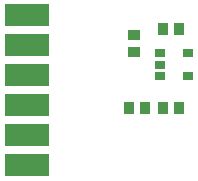
<source format=gtp>
G04 Layer_Color=7318015*
%FSLAX25Y25*%
%MOIN*%
G70*
G01*
G75*
%ADD10R,0.03543X0.04134*%
%ADD11R,0.15000X0.07600*%
%ADD12R,0.03543X0.02559*%
%ADD13R,0.04134X0.03740*%
D10*
X163157Y457500D02*
D03*
X157843D02*
D03*
X163157Y484000D02*
D03*
X157843D02*
D03*
X146343Y457500D02*
D03*
X151657D02*
D03*
D11*
X112500Y458500D02*
D03*
Y468500D02*
D03*
Y478500D02*
D03*
Y488500D02*
D03*
Y448500D02*
D03*
Y438500D02*
D03*
D12*
X156603Y475786D02*
D03*
Y472046D02*
D03*
Y468306D02*
D03*
X166052D02*
D03*
Y475786D02*
D03*
D13*
X148000Y476146D02*
D03*
Y481854D02*
D03*
M02*

</source>
